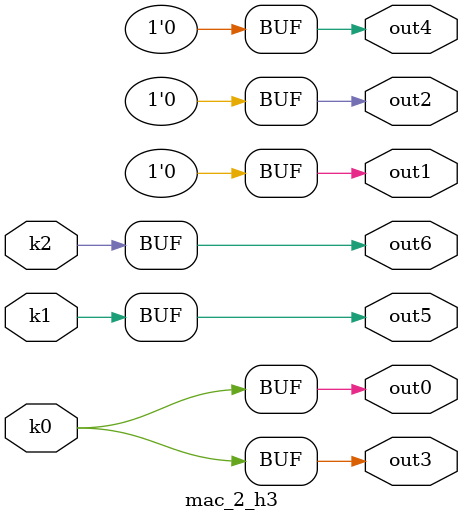
<source format=v>
module mac_2(pi0, pi1, pi2, pi3, pi4, pi5, pi6, pi7, pi8, po0, po1, po2, po3, po4, po5, po6);
input pi0, pi1, pi2, pi3, pi4, pi5, pi6, pi7, pi8;
output po0, po1, po2, po3, po4, po5, po6;
wire k0, k1, k2;
mac_2_w3 DUT1 (pi0, pi1, pi2, pi3, pi4, pi5, pi6, pi7, pi8, k0, k1, k2);
mac_2_h3 DUT2 (k0, k1, k2, po0, po1, po2, po3, po4, po5, po6);
endmodule

module mac_2_w3(in8, in7, in6, in5, in4, in3, in2, in1, in0, k2, k1, k0);
input in8, in7, in6, in5, in4, in3, in2, in1, in0;
output k2, k1, k0;
assign k0 =   (in6 & ((~in3 & ((in2 & in7 & in5 & ~in4 & in1) | (in8 & ~in2 & in4 & ~in1))) | (in2 & ((in8 & ((in7 & ~in5 & in4 & in1) | (in3 & ~in4 & ~in1))) | (in1 & ((in3 & in4 & (~in7 | in5)) | (~in8 & in5))) | (in7 & ~in5 & ~in1 & (~in8 | ~in4)))) | (in3 & ((in8 & ~in4 & ~in1 & (~in7 ^ ~in5)) | (in4 & in1 & ((~in7 & in5) | (~in2 & in7 & ~in5))))) | (~in2 & in7 & in5 & ((in4 & ~in1) | (in8 & ~in4 & in1))))) | (~in1 & ((in8 & ((in4 & ((~in3 & ((in2 & in7 & in5) | (~in7 & ~in5))) | (~in6 & (~in5 | (~in2 & ~in7))) | (~in2 & ~in7 & ~in5))) | (in2 & ~in7 & in5 & ~in4))) | (in7 & in5 & ((~in8 & (~in6 | ~in2)) | (~in6 & (~in2 ^ in4)))))) | (in1 & ((~in6 & ((in8 & in7 & (in2 ? ~in4 : (in5 & in4))) | (~in5 & (~in8 | ~in4)) | (~in2 & ~in7 & ~in4))) | (~in8 & (~in7 | (~in2 & ~in5))) | (~in4 & ((~in2 & ~in7 & ~in5) | (~in3 & ((~in7 & ~in5) | (~in2 & (~in7 | ~in5)))))) | (in2 & ~in7 & in5 & in4)));
assign k1 =   in2 ? ((in3 & ((in6 & ~in7 & in5) | (in8 & in7 & ~in5))) | (~in3 & ((in8 & in6 & in7 & in5) | (~in7 & ~in5))) | (~in8 & (~in6 | ~in7)) | (~in6 & ~in5)) : ((in6 & ((in3 & ((in7 & in5) | (in8 & ~in7 & ~in5))) | (in7 & (~in8 | (~in3 & ~in5))))) | (in8 & in5 & (~in6 | (~in3 & ~in7))));
assign k2 =   (in3 & (~in8 | ~in6)) | (in8 & in6 & ~in3);
endmodule

module mac_2_h3(k2, k1, k0, out6, out5, out4, out3, out2, out1, out0);
input k2, k1, k0;
output out6, out5, out4, out3, out2, out1, out0;
assign out0 = k0;
assign out1 = 0;
assign out2 = 0;
assign out3 = k0;
assign out4 = 0;
assign out5 = k1;
assign out6 = k2;
endmodule

</source>
